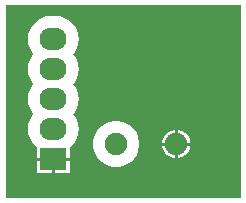
<source format=gbl>
G04*
G04 #@! TF.GenerationSoftware,Altium Limited,Altium Designer,21.0.9 (235)*
G04*
G04 Layer_Physical_Order=2*
G04 Layer_Color=16711680*
%FSTAX24Y24*%
%MOIN*%
G70*
G04*
G04 #@! TF.SameCoordinates,4053B660-B042-41B2-9039-F209D6E1977B*
G04*
G04*
G04 #@! TF.FilePolarity,Positive*
G04*
G01*
G75*
%ADD26O,0.0900X0.0750*%
%ADD27R,0.0900X0.0750*%
%ADD28C,0.0750*%
G36*
X0423Y029945D02*
X034472D01*
Y036394D01*
X0423D01*
Y029945D01*
D02*
G37*
%LPC*%
G36*
X040213Y032225D02*
X0402D01*
Y0318D01*
X040625D01*
Y031813D01*
X040593Y031933D01*
X04053Y032042D01*
X040442Y03213D01*
X040333Y032193D01*
X040213Y032225D01*
D02*
G37*
G36*
X0401D02*
X040087D01*
X039967Y032193D01*
X039858Y03213D01*
X03977Y032042D01*
X039707Y031933D01*
X039675Y031813D01*
Y0318D01*
X0401D01*
Y032225D01*
D02*
G37*
G36*
X036125Y036022D02*
X035975D01*
X035824Y036008D01*
X035679Y035964D01*
X035546Y035892D01*
X035429Y035796D01*
X035333Y035679D01*
X035261Y035546D01*
X035217Y035401D01*
X035203Y03525D01*
X035217Y035099D01*
X035261Y034954D01*
X035333Y034821D01*
X035391Y03475D01*
X035333Y034679D01*
X035261Y034546D01*
X035217Y034401D01*
X035203Y03425D01*
X035217Y034099D01*
X035261Y033954D01*
X035333Y033821D01*
X035391Y03375D01*
X035333Y033679D01*
X035261Y033546D01*
X035217Y033401D01*
X035203Y03325D01*
X035217Y033099D01*
X035261Y032954D01*
X035333Y032821D01*
X035391Y03275D01*
X035333Y032679D01*
X035261Y032546D01*
X035217Y032401D01*
X035203Y03225D01*
X035217Y032099D01*
X035261Y031954D01*
X035333Y031821D01*
X035429Y031704D01*
X0355Y031645D01*
Y0313D01*
X03605D01*
X0366D01*
Y031645D01*
X036671Y031704D01*
X036767Y031821D01*
X036839Y031954D01*
X036883Y032099D01*
X036897Y03225D01*
X036883Y032401D01*
X036839Y032546D01*
X036767Y032679D01*
X036709Y03275D01*
X036767Y032821D01*
X036839Y032954D01*
X036883Y033099D01*
X036897Y03325D01*
X036883Y033401D01*
X036839Y033546D01*
X036767Y033679D01*
X036709Y03375D01*
X036767Y033821D01*
X036839Y033954D01*
X036883Y034099D01*
X036897Y03425D01*
X036883Y034401D01*
X036839Y034546D01*
X036767Y034679D01*
X036709Y03475D01*
X036767Y034821D01*
X036839Y034954D01*
X036883Y035099D01*
X036897Y03525D01*
X036883Y035401D01*
X036839Y035546D01*
X036767Y035679D01*
X036671Y035796D01*
X036554Y035892D01*
X036421Y035964D01*
X036276Y036008D01*
X036125Y036022D01*
D02*
G37*
G36*
X040625Y0317D02*
X0402D01*
Y031275D01*
X040213D01*
X040333Y031307D01*
X040442Y03137D01*
X04053Y031458D01*
X040593Y031567D01*
X040625Y031687D01*
Y0317D01*
D02*
G37*
G36*
X0401D02*
X039675D01*
Y031687D01*
X039707Y031567D01*
X03977Y031458D01*
X039858Y03137D01*
X039967Y031307D01*
X040087Y031275D01*
X0401D01*
Y0317D01*
D02*
G37*
G36*
X038226Y032519D02*
X038074D01*
X037926Y032489D01*
X037786Y032431D01*
X03766Y032347D01*
X037553Y03224D01*
X037469Y032114D01*
X037411Y031974D01*
X037381Y031826D01*
Y031674D01*
X037411Y031526D01*
X037469Y031386D01*
X037553Y03126D01*
X03766Y031153D01*
X037786Y031069D01*
X037926Y031011D01*
X038074Y030981D01*
X038226D01*
X038374Y031011D01*
X038514Y031069D01*
X03864Y031153D01*
X038747Y03126D01*
X038831Y031386D01*
X038889Y031526D01*
X038919Y031674D01*
Y031826D01*
X038889Y031974D01*
X038831Y032114D01*
X038747Y03224D01*
X03864Y032347D01*
X038514Y032431D01*
X038374Y032489D01*
X038226Y032519D01*
D02*
G37*
G36*
X0366Y0312D02*
X0361D01*
Y030775D01*
X0366D01*
Y0312D01*
D02*
G37*
G36*
X036D02*
X0355D01*
Y030775D01*
X036D01*
Y0312D01*
D02*
G37*
%LPD*%
D26*
X03605Y03525D02*
D03*
Y03225D02*
D03*
Y03325D02*
D03*
Y03425D02*
D03*
D27*
Y03125D02*
D03*
D28*
X04015Y03175D02*
D03*
X03815D02*
D03*
M02*

</source>
